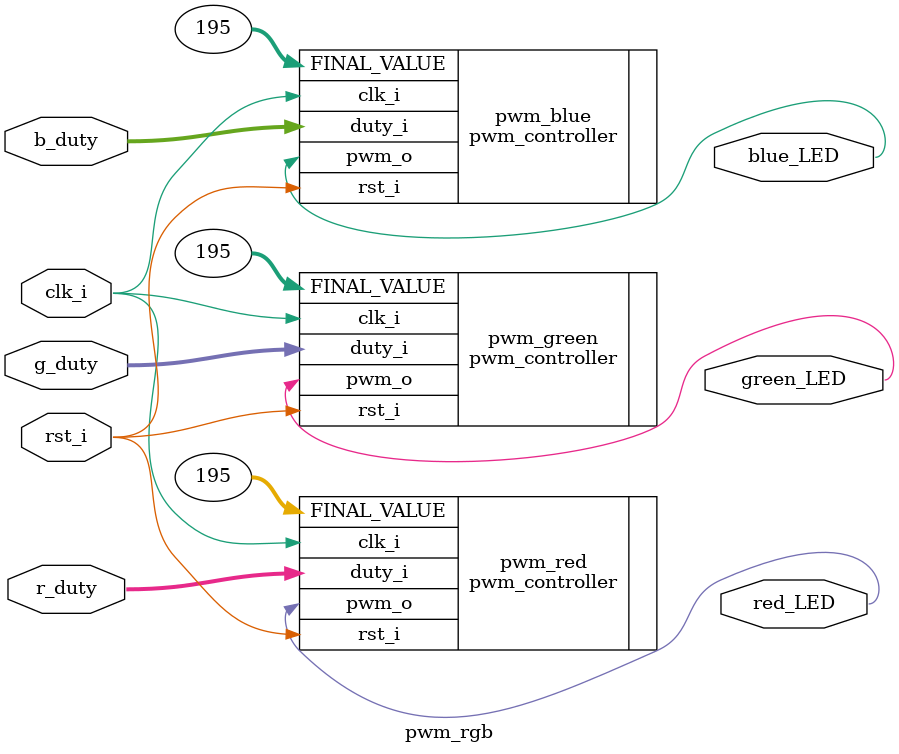
<source format=v>
`timescale 1ns / 1ps


module pwm_rgb #(
  parameter R = 8
) (
  input clk_i,
  input rst_i,
  input [R:0] r_duty, g_duty, b_duty,

  output red_LED, green_LED, blue_LED
);

  localparam TIMER_BITS  = 8;
  localparam FINAL_VALUE = 195; // reduces PWM frequency

  pwm_controller #(.R(R), .TIMER_BITS(TIMER_BITS)) pwm_red (
    .clk_i(clk_i),
    .rst_i(rst_i),
    .duty_i(r_duty),
    .FINAL_VALUE(FINAL_VALUE),
    .pwm_o(red_LED)
  );

  pwm_controller #(.R(R), .TIMER_BITS(TIMER_BITS)) pwm_green (
    .clk_i(clk_i),
    .rst_i(rst_i),
    .duty_i(g_duty),
    .FINAL_VALUE(FINAL_VALUE),
    .pwm_o(green_LED)
  );

  pwm_controller #(.R(R), .TIMER_BITS(TIMER_BITS)) pwm_blue (
    .clk_i(clk_i),
    .rst_i(rst_i),
    .duty_i(b_duty),
    .FINAL_VALUE(FINAL_VALUE),
    .pwm_o(blue_LED)
  );

endmodule

</source>
